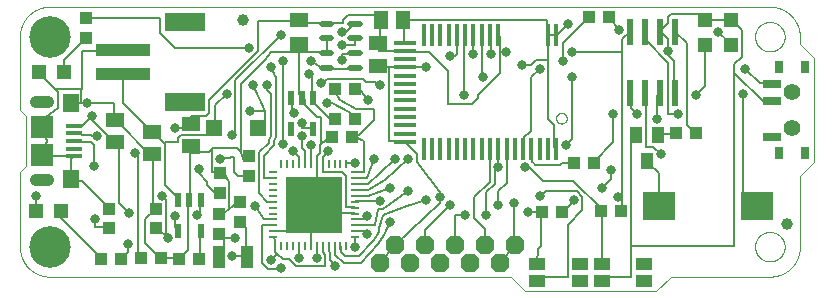
<source format=gtl>
G75*
%MOIN*%
%OFA0B0*%
%FSLAX25Y25*%
%IPPOS*%
%LPD*%
%AMOC8*
5,1,8,0,0,1.08239X$1,22.5*
%
%ADD10C,0.00000*%
%ADD11R,0.05906X0.04882*%
%ADD12R,0.03937X0.04331*%
%ADD13R,0.04724X0.04724*%
%ADD14R,0.04331X0.03937*%
%ADD15C,0.03937*%
%ADD16R,0.03937X0.03937*%
%ADD17C,0.13843*%
%ADD18R,0.02165X0.04724*%
%ADD19R,0.05512X0.05512*%
%ADD20R,0.18110X0.03937*%
%ADD21R,0.13386X0.06299*%
%ADD22R,0.02953X0.00984*%
%ADD23R,0.00984X0.02953*%
%ADD24R,0.18504X0.18504*%
%ADD25R,0.04331X0.07480*%
%ADD26R,0.04882X0.05906*%
%ADD27R,0.01772X0.07283*%
%ADD28R,0.07283X0.01772*%
%ADD29C,0.02165*%
%ADD30R,0.06299X0.05118*%
%ADD31R,0.03937X0.05512*%
%ADD32R,0.10669X0.09488*%
%ADD33R,0.02362X0.08661*%
%ADD34R,0.05512X0.04134*%
%ADD35R,0.05906X0.02756*%
%ADD36R,0.03150X0.03937*%
%ADD37C,0.05543*%
%ADD38OC8,0.06300*%
%ADD39R,0.05315X0.01575*%
%ADD40R,0.05512X0.06299*%
%ADD41R,0.07480X0.07480*%
%ADD42C,0.03969*%
%ADD43C,0.00800*%
%ADD44C,0.03150*%
D10*
X0031728Y0107122D02*
X0185477Y0107122D01*
X0190201Y0102398D01*
X0233925Y0102398D01*
X0238649Y0107122D01*
X0271728Y0107122D01*
X0266807Y0117122D02*
X0266809Y0117262D01*
X0266815Y0117402D01*
X0266825Y0117541D01*
X0266839Y0117680D01*
X0266857Y0117819D01*
X0266878Y0117957D01*
X0266904Y0118095D01*
X0266934Y0118232D01*
X0266967Y0118367D01*
X0267005Y0118502D01*
X0267046Y0118636D01*
X0267091Y0118769D01*
X0267139Y0118900D01*
X0267192Y0119029D01*
X0267248Y0119158D01*
X0267307Y0119284D01*
X0267371Y0119409D01*
X0267437Y0119532D01*
X0267508Y0119653D01*
X0267581Y0119772D01*
X0267658Y0119889D01*
X0267739Y0120003D01*
X0267822Y0120115D01*
X0267909Y0120225D01*
X0267999Y0120333D01*
X0268091Y0120437D01*
X0268187Y0120539D01*
X0268286Y0120639D01*
X0268387Y0120735D01*
X0268491Y0120829D01*
X0268598Y0120919D01*
X0268707Y0121006D01*
X0268819Y0121091D01*
X0268933Y0121172D01*
X0269049Y0121250D01*
X0269167Y0121324D01*
X0269288Y0121395D01*
X0269410Y0121463D01*
X0269535Y0121527D01*
X0269661Y0121588D01*
X0269788Y0121645D01*
X0269918Y0121698D01*
X0270049Y0121748D01*
X0270181Y0121793D01*
X0270314Y0121836D01*
X0270449Y0121874D01*
X0270584Y0121908D01*
X0270721Y0121939D01*
X0270858Y0121966D01*
X0270996Y0121988D01*
X0271135Y0122007D01*
X0271274Y0122022D01*
X0271413Y0122033D01*
X0271553Y0122040D01*
X0271693Y0122043D01*
X0271833Y0122042D01*
X0271973Y0122037D01*
X0272112Y0122028D01*
X0272252Y0122015D01*
X0272391Y0121998D01*
X0272529Y0121977D01*
X0272667Y0121953D01*
X0272804Y0121924D01*
X0272940Y0121892D01*
X0273075Y0121855D01*
X0273209Y0121815D01*
X0273342Y0121771D01*
X0273473Y0121723D01*
X0273603Y0121672D01*
X0273732Y0121617D01*
X0273859Y0121558D01*
X0273984Y0121495D01*
X0274107Y0121430D01*
X0274229Y0121360D01*
X0274348Y0121287D01*
X0274466Y0121211D01*
X0274581Y0121132D01*
X0274694Y0121049D01*
X0274804Y0120963D01*
X0274912Y0120874D01*
X0275017Y0120782D01*
X0275120Y0120687D01*
X0275220Y0120589D01*
X0275317Y0120489D01*
X0275411Y0120385D01*
X0275503Y0120279D01*
X0275591Y0120171D01*
X0275676Y0120060D01*
X0275758Y0119946D01*
X0275837Y0119830D01*
X0275912Y0119713D01*
X0275984Y0119593D01*
X0276052Y0119471D01*
X0276117Y0119347D01*
X0276179Y0119221D01*
X0276237Y0119094D01*
X0276291Y0118965D01*
X0276342Y0118834D01*
X0276388Y0118702D01*
X0276431Y0118569D01*
X0276471Y0118435D01*
X0276506Y0118300D01*
X0276538Y0118163D01*
X0276565Y0118026D01*
X0276589Y0117888D01*
X0276609Y0117750D01*
X0276625Y0117611D01*
X0276637Y0117471D01*
X0276645Y0117332D01*
X0276649Y0117192D01*
X0276649Y0117052D01*
X0276645Y0116912D01*
X0276637Y0116773D01*
X0276625Y0116633D01*
X0276609Y0116494D01*
X0276589Y0116356D01*
X0276565Y0116218D01*
X0276538Y0116081D01*
X0276506Y0115944D01*
X0276471Y0115809D01*
X0276431Y0115675D01*
X0276388Y0115542D01*
X0276342Y0115410D01*
X0276291Y0115279D01*
X0276237Y0115150D01*
X0276179Y0115023D01*
X0276117Y0114897D01*
X0276052Y0114773D01*
X0275984Y0114651D01*
X0275912Y0114531D01*
X0275837Y0114414D01*
X0275758Y0114298D01*
X0275676Y0114184D01*
X0275591Y0114073D01*
X0275503Y0113965D01*
X0275411Y0113859D01*
X0275317Y0113755D01*
X0275220Y0113655D01*
X0275120Y0113557D01*
X0275017Y0113462D01*
X0274912Y0113370D01*
X0274804Y0113281D01*
X0274694Y0113195D01*
X0274581Y0113112D01*
X0274466Y0113033D01*
X0274348Y0112957D01*
X0274229Y0112884D01*
X0274107Y0112814D01*
X0273984Y0112749D01*
X0273859Y0112686D01*
X0273732Y0112627D01*
X0273603Y0112572D01*
X0273473Y0112521D01*
X0273342Y0112473D01*
X0273209Y0112429D01*
X0273075Y0112389D01*
X0272940Y0112352D01*
X0272804Y0112320D01*
X0272667Y0112291D01*
X0272529Y0112267D01*
X0272391Y0112246D01*
X0272252Y0112229D01*
X0272112Y0112216D01*
X0271973Y0112207D01*
X0271833Y0112202D01*
X0271693Y0112201D01*
X0271553Y0112204D01*
X0271413Y0112211D01*
X0271274Y0112222D01*
X0271135Y0112237D01*
X0270996Y0112256D01*
X0270858Y0112278D01*
X0270721Y0112305D01*
X0270584Y0112336D01*
X0270449Y0112370D01*
X0270314Y0112408D01*
X0270181Y0112451D01*
X0270049Y0112496D01*
X0269918Y0112546D01*
X0269788Y0112599D01*
X0269661Y0112656D01*
X0269535Y0112717D01*
X0269410Y0112781D01*
X0269288Y0112849D01*
X0269167Y0112920D01*
X0269049Y0112994D01*
X0268933Y0113072D01*
X0268819Y0113153D01*
X0268707Y0113238D01*
X0268598Y0113325D01*
X0268491Y0113415D01*
X0268387Y0113509D01*
X0268286Y0113605D01*
X0268187Y0113705D01*
X0268091Y0113807D01*
X0267999Y0113911D01*
X0267909Y0114019D01*
X0267822Y0114129D01*
X0267739Y0114241D01*
X0267658Y0114355D01*
X0267581Y0114472D01*
X0267508Y0114591D01*
X0267437Y0114712D01*
X0267371Y0114835D01*
X0267307Y0114960D01*
X0267248Y0115086D01*
X0267192Y0115215D01*
X0267139Y0115344D01*
X0267091Y0115475D01*
X0267046Y0115608D01*
X0267005Y0115742D01*
X0266967Y0115877D01*
X0266934Y0116012D01*
X0266904Y0116149D01*
X0266878Y0116287D01*
X0266857Y0116425D01*
X0266839Y0116564D01*
X0266825Y0116703D01*
X0266815Y0116842D01*
X0266809Y0116982D01*
X0266807Y0117122D01*
X0271728Y0107122D02*
X0271970Y0107125D01*
X0272211Y0107134D01*
X0272452Y0107148D01*
X0272693Y0107169D01*
X0272933Y0107195D01*
X0273173Y0107227D01*
X0273412Y0107265D01*
X0273649Y0107308D01*
X0273886Y0107358D01*
X0274121Y0107413D01*
X0274355Y0107473D01*
X0274587Y0107540D01*
X0274818Y0107611D01*
X0275047Y0107689D01*
X0275274Y0107772D01*
X0275499Y0107860D01*
X0275722Y0107954D01*
X0275942Y0108053D01*
X0276160Y0108158D01*
X0276375Y0108267D01*
X0276588Y0108382D01*
X0276798Y0108502D01*
X0277004Y0108627D01*
X0277208Y0108757D01*
X0277409Y0108892D01*
X0277606Y0109032D01*
X0277800Y0109176D01*
X0277990Y0109325D01*
X0278176Y0109479D01*
X0278359Y0109637D01*
X0278538Y0109799D01*
X0278713Y0109966D01*
X0278884Y0110137D01*
X0279051Y0110312D01*
X0279213Y0110491D01*
X0279371Y0110674D01*
X0279525Y0110860D01*
X0279674Y0111050D01*
X0279818Y0111244D01*
X0279958Y0111441D01*
X0280093Y0111642D01*
X0280223Y0111846D01*
X0280348Y0112052D01*
X0280468Y0112262D01*
X0280583Y0112475D01*
X0280692Y0112690D01*
X0280797Y0112908D01*
X0280896Y0113128D01*
X0280990Y0113351D01*
X0281078Y0113576D01*
X0281161Y0113803D01*
X0281239Y0114032D01*
X0281310Y0114263D01*
X0281377Y0114495D01*
X0281437Y0114729D01*
X0281492Y0114964D01*
X0281542Y0115201D01*
X0281585Y0115438D01*
X0281623Y0115677D01*
X0281655Y0115917D01*
X0281681Y0116157D01*
X0281702Y0116398D01*
X0281716Y0116639D01*
X0281725Y0116880D01*
X0281728Y0117122D01*
X0281728Y0140587D01*
X0286453Y0145311D01*
X0286453Y0179957D01*
X0281728Y0184681D01*
X0281728Y0187122D01*
X0266807Y0187122D02*
X0266809Y0187262D01*
X0266815Y0187402D01*
X0266825Y0187541D01*
X0266839Y0187680D01*
X0266857Y0187819D01*
X0266878Y0187957D01*
X0266904Y0188095D01*
X0266934Y0188232D01*
X0266967Y0188367D01*
X0267005Y0188502D01*
X0267046Y0188636D01*
X0267091Y0188769D01*
X0267139Y0188900D01*
X0267192Y0189029D01*
X0267248Y0189158D01*
X0267307Y0189284D01*
X0267371Y0189409D01*
X0267437Y0189532D01*
X0267508Y0189653D01*
X0267581Y0189772D01*
X0267658Y0189889D01*
X0267739Y0190003D01*
X0267822Y0190115D01*
X0267909Y0190225D01*
X0267999Y0190333D01*
X0268091Y0190437D01*
X0268187Y0190539D01*
X0268286Y0190639D01*
X0268387Y0190735D01*
X0268491Y0190829D01*
X0268598Y0190919D01*
X0268707Y0191006D01*
X0268819Y0191091D01*
X0268933Y0191172D01*
X0269049Y0191250D01*
X0269167Y0191324D01*
X0269288Y0191395D01*
X0269410Y0191463D01*
X0269535Y0191527D01*
X0269661Y0191588D01*
X0269788Y0191645D01*
X0269918Y0191698D01*
X0270049Y0191748D01*
X0270181Y0191793D01*
X0270314Y0191836D01*
X0270449Y0191874D01*
X0270584Y0191908D01*
X0270721Y0191939D01*
X0270858Y0191966D01*
X0270996Y0191988D01*
X0271135Y0192007D01*
X0271274Y0192022D01*
X0271413Y0192033D01*
X0271553Y0192040D01*
X0271693Y0192043D01*
X0271833Y0192042D01*
X0271973Y0192037D01*
X0272112Y0192028D01*
X0272252Y0192015D01*
X0272391Y0191998D01*
X0272529Y0191977D01*
X0272667Y0191953D01*
X0272804Y0191924D01*
X0272940Y0191892D01*
X0273075Y0191855D01*
X0273209Y0191815D01*
X0273342Y0191771D01*
X0273473Y0191723D01*
X0273603Y0191672D01*
X0273732Y0191617D01*
X0273859Y0191558D01*
X0273984Y0191495D01*
X0274107Y0191430D01*
X0274229Y0191360D01*
X0274348Y0191287D01*
X0274466Y0191211D01*
X0274581Y0191132D01*
X0274694Y0191049D01*
X0274804Y0190963D01*
X0274912Y0190874D01*
X0275017Y0190782D01*
X0275120Y0190687D01*
X0275220Y0190589D01*
X0275317Y0190489D01*
X0275411Y0190385D01*
X0275503Y0190279D01*
X0275591Y0190171D01*
X0275676Y0190060D01*
X0275758Y0189946D01*
X0275837Y0189830D01*
X0275912Y0189713D01*
X0275984Y0189593D01*
X0276052Y0189471D01*
X0276117Y0189347D01*
X0276179Y0189221D01*
X0276237Y0189094D01*
X0276291Y0188965D01*
X0276342Y0188834D01*
X0276388Y0188702D01*
X0276431Y0188569D01*
X0276471Y0188435D01*
X0276506Y0188300D01*
X0276538Y0188163D01*
X0276565Y0188026D01*
X0276589Y0187888D01*
X0276609Y0187750D01*
X0276625Y0187611D01*
X0276637Y0187471D01*
X0276645Y0187332D01*
X0276649Y0187192D01*
X0276649Y0187052D01*
X0276645Y0186912D01*
X0276637Y0186773D01*
X0276625Y0186633D01*
X0276609Y0186494D01*
X0276589Y0186356D01*
X0276565Y0186218D01*
X0276538Y0186081D01*
X0276506Y0185944D01*
X0276471Y0185809D01*
X0276431Y0185675D01*
X0276388Y0185542D01*
X0276342Y0185410D01*
X0276291Y0185279D01*
X0276237Y0185150D01*
X0276179Y0185023D01*
X0276117Y0184897D01*
X0276052Y0184773D01*
X0275984Y0184651D01*
X0275912Y0184531D01*
X0275837Y0184414D01*
X0275758Y0184298D01*
X0275676Y0184184D01*
X0275591Y0184073D01*
X0275503Y0183965D01*
X0275411Y0183859D01*
X0275317Y0183755D01*
X0275220Y0183655D01*
X0275120Y0183557D01*
X0275017Y0183462D01*
X0274912Y0183370D01*
X0274804Y0183281D01*
X0274694Y0183195D01*
X0274581Y0183112D01*
X0274466Y0183033D01*
X0274348Y0182957D01*
X0274229Y0182884D01*
X0274107Y0182814D01*
X0273984Y0182749D01*
X0273859Y0182686D01*
X0273732Y0182627D01*
X0273603Y0182572D01*
X0273473Y0182521D01*
X0273342Y0182473D01*
X0273209Y0182429D01*
X0273075Y0182389D01*
X0272940Y0182352D01*
X0272804Y0182320D01*
X0272667Y0182291D01*
X0272529Y0182267D01*
X0272391Y0182246D01*
X0272252Y0182229D01*
X0272112Y0182216D01*
X0271973Y0182207D01*
X0271833Y0182202D01*
X0271693Y0182201D01*
X0271553Y0182204D01*
X0271413Y0182211D01*
X0271274Y0182222D01*
X0271135Y0182237D01*
X0270996Y0182256D01*
X0270858Y0182278D01*
X0270721Y0182305D01*
X0270584Y0182336D01*
X0270449Y0182370D01*
X0270314Y0182408D01*
X0270181Y0182451D01*
X0270049Y0182496D01*
X0269918Y0182546D01*
X0269788Y0182599D01*
X0269661Y0182656D01*
X0269535Y0182717D01*
X0269410Y0182781D01*
X0269288Y0182849D01*
X0269167Y0182920D01*
X0269049Y0182994D01*
X0268933Y0183072D01*
X0268819Y0183153D01*
X0268707Y0183238D01*
X0268598Y0183325D01*
X0268491Y0183415D01*
X0268387Y0183509D01*
X0268286Y0183605D01*
X0268187Y0183705D01*
X0268091Y0183807D01*
X0267999Y0183911D01*
X0267909Y0184019D01*
X0267822Y0184129D01*
X0267739Y0184241D01*
X0267658Y0184355D01*
X0267581Y0184472D01*
X0267508Y0184591D01*
X0267437Y0184712D01*
X0267371Y0184835D01*
X0267307Y0184960D01*
X0267248Y0185086D01*
X0267192Y0185215D01*
X0267139Y0185344D01*
X0267091Y0185475D01*
X0267046Y0185608D01*
X0267005Y0185742D01*
X0266967Y0185877D01*
X0266934Y0186012D01*
X0266904Y0186149D01*
X0266878Y0186287D01*
X0266857Y0186425D01*
X0266839Y0186564D01*
X0266825Y0186703D01*
X0266815Y0186842D01*
X0266809Y0186982D01*
X0266807Y0187122D01*
X0271728Y0197122D02*
X0271970Y0197119D01*
X0272211Y0197110D01*
X0272452Y0197096D01*
X0272693Y0197075D01*
X0272933Y0197049D01*
X0273173Y0197017D01*
X0273412Y0196979D01*
X0273649Y0196936D01*
X0273886Y0196886D01*
X0274121Y0196831D01*
X0274355Y0196771D01*
X0274587Y0196704D01*
X0274818Y0196633D01*
X0275047Y0196555D01*
X0275274Y0196472D01*
X0275499Y0196384D01*
X0275722Y0196290D01*
X0275942Y0196191D01*
X0276160Y0196086D01*
X0276375Y0195977D01*
X0276588Y0195862D01*
X0276798Y0195742D01*
X0277004Y0195617D01*
X0277208Y0195487D01*
X0277409Y0195352D01*
X0277606Y0195212D01*
X0277800Y0195068D01*
X0277990Y0194919D01*
X0278176Y0194765D01*
X0278359Y0194607D01*
X0278538Y0194445D01*
X0278713Y0194278D01*
X0278884Y0194107D01*
X0279051Y0193932D01*
X0279213Y0193753D01*
X0279371Y0193570D01*
X0279525Y0193384D01*
X0279674Y0193194D01*
X0279818Y0193000D01*
X0279958Y0192803D01*
X0280093Y0192602D01*
X0280223Y0192398D01*
X0280348Y0192192D01*
X0280468Y0191982D01*
X0280583Y0191769D01*
X0280692Y0191554D01*
X0280797Y0191336D01*
X0280896Y0191116D01*
X0280990Y0190893D01*
X0281078Y0190668D01*
X0281161Y0190441D01*
X0281239Y0190212D01*
X0281310Y0189981D01*
X0281377Y0189749D01*
X0281437Y0189515D01*
X0281492Y0189280D01*
X0281542Y0189043D01*
X0281585Y0188806D01*
X0281623Y0188567D01*
X0281655Y0188327D01*
X0281681Y0188087D01*
X0281702Y0187846D01*
X0281716Y0187605D01*
X0281725Y0187364D01*
X0281728Y0187122D01*
X0271728Y0197122D02*
X0031728Y0197122D01*
X0031486Y0197119D01*
X0031245Y0197110D01*
X0031004Y0197096D01*
X0030763Y0197075D01*
X0030523Y0197049D01*
X0030283Y0197017D01*
X0030044Y0196979D01*
X0029807Y0196936D01*
X0029570Y0196886D01*
X0029335Y0196831D01*
X0029101Y0196771D01*
X0028869Y0196704D01*
X0028638Y0196633D01*
X0028409Y0196555D01*
X0028182Y0196472D01*
X0027957Y0196384D01*
X0027734Y0196290D01*
X0027514Y0196191D01*
X0027296Y0196086D01*
X0027081Y0195977D01*
X0026868Y0195862D01*
X0026658Y0195742D01*
X0026452Y0195617D01*
X0026248Y0195487D01*
X0026047Y0195352D01*
X0025850Y0195212D01*
X0025656Y0195068D01*
X0025466Y0194919D01*
X0025280Y0194765D01*
X0025097Y0194607D01*
X0024918Y0194445D01*
X0024743Y0194278D01*
X0024572Y0194107D01*
X0024405Y0193932D01*
X0024243Y0193753D01*
X0024085Y0193570D01*
X0023931Y0193384D01*
X0023782Y0193194D01*
X0023638Y0193000D01*
X0023498Y0192803D01*
X0023363Y0192602D01*
X0023233Y0192398D01*
X0023108Y0192192D01*
X0022988Y0191982D01*
X0022873Y0191769D01*
X0022764Y0191554D01*
X0022659Y0191336D01*
X0022560Y0191116D01*
X0022466Y0190893D01*
X0022378Y0190668D01*
X0022295Y0190441D01*
X0022217Y0190212D01*
X0022146Y0189981D01*
X0022079Y0189749D01*
X0022019Y0189515D01*
X0021964Y0189280D01*
X0021914Y0189043D01*
X0021871Y0188806D01*
X0021833Y0188567D01*
X0021801Y0188327D01*
X0021775Y0188087D01*
X0021754Y0187846D01*
X0021740Y0187605D01*
X0021731Y0187364D01*
X0021728Y0187122D01*
X0021728Y0162622D01*
X0023728Y0160622D01*
X0023728Y0144122D01*
X0021728Y0142122D01*
X0021728Y0117122D01*
X0021731Y0116880D01*
X0021740Y0116639D01*
X0021754Y0116398D01*
X0021775Y0116157D01*
X0021801Y0115917D01*
X0021833Y0115677D01*
X0021871Y0115438D01*
X0021914Y0115201D01*
X0021964Y0114964D01*
X0022019Y0114729D01*
X0022079Y0114495D01*
X0022146Y0114263D01*
X0022217Y0114032D01*
X0022295Y0113803D01*
X0022378Y0113576D01*
X0022466Y0113351D01*
X0022560Y0113128D01*
X0022659Y0112908D01*
X0022764Y0112690D01*
X0022873Y0112475D01*
X0022988Y0112262D01*
X0023108Y0112052D01*
X0023233Y0111846D01*
X0023363Y0111642D01*
X0023498Y0111441D01*
X0023638Y0111244D01*
X0023782Y0111050D01*
X0023931Y0110860D01*
X0024085Y0110674D01*
X0024243Y0110491D01*
X0024405Y0110312D01*
X0024572Y0110137D01*
X0024743Y0109966D01*
X0024918Y0109799D01*
X0025097Y0109637D01*
X0025280Y0109479D01*
X0025466Y0109325D01*
X0025656Y0109176D01*
X0025850Y0109032D01*
X0026047Y0108892D01*
X0026248Y0108757D01*
X0026452Y0108627D01*
X0026658Y0108502D01*
X0026868Y0108382D01*
X0027081Y0108267D01*
X0027296Y0108158D01*
X0027514Y0108053D01*
X0027734Y0107954D01*
X0027957Y0107860D01*
X0028182Y0107772D01*
X0028409Y0107689D01*
X0028638Y0107611D01*
X0028869Y0107540D01*
X0029101Y0107473D01*
X0029335Y0107413D01*
X0029570Y0107358D01*
X0029807Y0107308D01*
X0030044Y0107265D01*
X0030283Y0107227D01*
X0030523Y0107195D01*
X0030763Y0107169D01*
X0031004Y0107148D01*
X0031245Y0107134D01*
X0031486Y0107125D01*
X0031728Y0107122D01*
X0030606Y0138396D02*
X0027850Y0138396D01*
X0027788Y0138398D01*
X0027727Y0138404D01*
X0027666Y0138413D01*
X0027605Y0138427D01*
X0027546Y0138444D01*
X0027488Y0138465D01*
X0027431Y0138490D01*
X0027376Y0138518D01*
X0027323Y0138549D01*
X0027272Y0138584D01*
X0027223Y0138622D01*
X0027176Y0138663D01*
X0027133Y0138706D01*
X0027092Y0138753D01*
X0027054Y0138802D01*
X0027019Y0138853D01*
X0026988Y0138906D01*
X0026960Y0138961D01*
X0026935Y0139018D01*
X0026914Y0139076D01*
X0026897Y0139135D01*
X0026883Y0139196D01*
X0026874Y0139257D01*
X0026868Y0139318D01*
X0026866Y0139380D01*
X0026868Y0139442D01*
X0026874Y0139503D01*
X0026883Y0139564D01*
X0026897Y0139625D01*
X0026914Y0139684D01*
X0026935Y0139742D01*
X0026960Y0139799D01*
X0026988Y0139854D01*
X0027019Y0139907D01*
X0027054Y0139958D01*
X0027092Y0140007D01*
X0027133Y0140054D01*
X0027176Y0140097D01*
X0027223Y0140138D01*
X0027272Y0140176D01*
X0027323Y0140211D01*
X0027376Y0140242D01*
X0027431Y0140270D01*
X0027488Y0140295D01*
X0027546Y0140316D01*
X0027605Y0140333D01*
X0027666Y0140347D01*
X0027727Y0140356D01*
X0027788Y0140362D01*
X0027850Y0140364D01*
X0030606Y0140364D01*
X0030668Y0140362D01*
X0030729Y0140356D01*
X0030790Y0140347D01*
X0030851Y0140333D01*
X0030910Y0140316D01*
X0030968Y0140295D01*
X0031025Y0140270D01*
X0031080Y0140242D01*
X0031133Y0140211D01*
X0031184Y0140176D01*
X0031233Y0140138D01*
X0031280Y0140097D01*
X0031323Y0140054D01*
X0031364Y0140007D01*
X0031402Y0139958D01*
X0031437Y0139907D01*
X0031468Y0139854D01*
X0031496Y0139799D01*
X0031521Y0139742D01*
X0031542Y0139684D01*
X0031559Y0139625D01*
X0031573Y0139564D01*
X0031582Y0139503D01*
X0031588Y0139442D01*
X0031590Y0139380D01*
X0031588Y0139318D01*
X0031582Y0139257D01*
X0031573Y0139196D01*
X0031559Y0139135D01*
X0031542Y0139076D01*
X0031521Y0139018D01*
X0031496Y0138961D01*
X0031468Y0138906D01*
X0031437Y0138853D01*
X0031402Y0138802D01*
X0031364Y0138753D01*
X0031323Y0138706D01*
X0031280Y0138663D01*
X0031233Y0138622D01*
X0031184Y0138584D01*
X0031133Y0138549D01*
X0031080Y0138518D01*
X0031025Y0138490D01*
X0030968Y0138465D01*
X0030910Y0138444D01*
X0030851Y0138427D01*
X0030790Y0138413D01*
X0030729Y0138404D01*
X0030668Y0138398D01*
X0030606Y0138396D01*
X0030606Y0164380D02*
X0027850Y0164380D01*
X0027788Y0164382D01*
X0027727Y0164388D01*
X0027666Y0164397D01*
X0027605Y0164411D01*
X0027546Y0164428D01*
X0027488Y0164449D01*
X0027431Y0164474D01*
X0027376Y0164502D01*
X0027323Y0164533D01*
X0027272Y0164568D01*
X0027223Y0164606D01*
X0027176Y0164647D01*
X0027133Y0164690D01*
X0027092Y0164737D01*
X0027054Y0164786D01*
X0027019Y0164837D01*
X0026988Y0164890D01*
X0026960Y0164945D01*
X0026935Y0165002D01*
X0026914Y0165060D01*
X0026897Y0165119D01*
X0026883Y0165180D01*
X0026874Y0165241D01*
X0026868Y0165302D01*
X0026866Y0165364D01*
X0026868Y0165426D01*
X0026874Y0165487D01*
X0026883Y0165548D01*
X0026897Y0165609D01*
X0026914Y0165668D01*
X0026935Y0165726D01*
X0026960Y0165783D01*
X0026988Y0165838D01*
X0027019Y0165891D01*
X0027054Y0165942D01*
X0027092Y0165991D01*
X0027133Y0166038D01*
X0027176Y0166081D01*
X0027223Y0166122D01*
X0027272Y0166160D01*
X0027323Y0166195D01*
X0027376Y0166226D01*
X0027431Y0166254D01*
X0027488Y0166279D01*
X0027546Y0166300D01*
X0027605Y0166317D01*
X0027666Y0166331D01*
X0027727Y0166340D01*
X0027788Y0166346D01*
X0027850Y0166348D01*
X0030606Y0166348D01*
X0030668Y0166346D01*
X0030729Y0166340D01*
X0030790Y0166331D01*
X0030851Y0166317D01*
X0030910Y0166300D01*
X0030968Y0166279D01*
X0031025Y0166254D01*
X0031080Y0166226D01*
X0031133Y0166195D01*
X0031184Y0166160D01*
X0031233Y0166122D01*
X0031280Y0166081D01*
X0031323Y0166038D01*
X0031364Y0165991D01*
X0031402Y0165942D01*
X0031437Y0165891D01*
X0031468Y0165838D01*
X0031496Y0165783D01*
X0031521Y0165726D01*
X0031542Y0165668D01*
X0031559Y0165609D01*
X0031573Y0165548D01*
X0031582Y0165487D01*
X0031588Y0165426D01*
X0031590Y0165364D01*
X0031588Y0165302D01*
X0031582Y0165241D01*
X0031573Y0165180D01*
X0031559Y0165119D01*
X0031542Y0165060D01*
X0031521Y0165002D01*
X0031496Y0164945D01*
X0031468Y0164890D01*
X0031437Y0164837D01*
X0031402Y0164786D01*
X0031364Y0164737D01*
X0031323Y0164690D01*
X0031280Y0164647D01*
X0031233Y0164606D01*
X0031184Y0164568D01*
X0031133Y0164533D01*
X0031080Y0164502D01*
X0031025Y0164474D01*
X0030968Y0164449D01*
X0030910Y0164428D01*
X0030851Y0164411D01*
X0030790Y0164397D01*
X0030729Y0164388D01*
X0030668Y0164382D01*
X0030606Y0164380D01*
X0200476Y0159961D02*
X0200478Y0160045D01*
X0200484Y0160128D01*
X0200494Y0160211D01*
X0200508Y0160294D01*
X0200525Y0160376D01*
X0200547Y0160457D01*
X0200572Y0160536D01*
X0200601Y0160615D01*
X0200634Y0160692D01*
X0200670Y0160767D01*
X0200710Y0160841D01*
X0200753Y0160913D01*
X0200800Y0160982D01*
X0200850Y0161049D01*
X0200903Y0161114D01*
X0200959Y0161176D01*
X0201017Y0161236D01*
X0201079Y0161293D01*
X0201143Y0161346D01*
X0201210Y0161397D01*
X0201279Y0161444D01*
X0201350Y0161489D01*
X0201423Y0161529D01*
X0201498Y0161566D01*
X0201575Y0161600D01*
X0201653Y0161630D01*
X0201732Y0161656D01*
X0201813Y0161679D01*
X0201895Y0161697D01*
X0201977Y0161712D01*
X0202060Y0161723D01*
X0202143Y0161730D01*
X0202227Y0161733D01*
X0202311Y0161732D01*
X0202394Y0161727D01*
X0202478Y0161718D01*
X0202560Y0161705D01*
X0202642Y0161689D01*
X0202723Y0161668D01*
X0202804Y0161644D01*
X0202882Y0161616D01*
X0202960Y0161584D01*
X0203036Y0161548D01*
X0203110Y0161509D01*
X0203182Y0161467D01*
X0203252Y0161421D01*
X0203320Y0161372D01*
X0203385Y0161320D01*
X0203448Y0161265D01*
X0203508Y0161207D01*
X0203566Y0161146D01*
X0203620Y0161082D01*
X0203672Y0161016D01*
X0203720Y0160948D01*
X0203765Y0160877D01*
X0203806Y0160804D01*
X0203845Y0160730D01*
X0203879Y0160654D01*
X0203910Y0160576D01*
X0203937Y0160497D01*
X0203961Y0160416D01*
X0203980Y0160335D01*
X0203996Y0160253D01*
X0204008Y0160170D01*
X0204016Y0160086D01*
X0204020Y0160003D01*
X0204020Y0159919D01*
X0204016Y0159836D01*
X0204008Y0159752D01*
X0203996Y0159669D01*
X0203980Y0159587D01*
X0203961Y0159506D01*
X0203937Y0159425D01*
X0203910Y0159346D01*
X0203879Y0159268D01*
X0203845Y0159192D01*
X0203806Y0159118D01*
X0203765Y0159045D01*
X0203720Y0158974D01*
X0203672Y0158906D01*
X0203620Y0158840D01*
X0203566Y0158776D01*
X0203508Y0158715D01*
X0203448Y0158657D01*
X0203385Y0158602D01*
X0203320Y0158550D01*
X0203252Y0158501D01*
X0203182Y0158455D01*
X0203110Y0158413D01*
X0203036Y0158374D01*
X0202960Y0158338D01*
X0202882Y0158306D01*
X0202804Y0158278D01*
X0202723Y0158254D01*
X0202642Y0158233D01*
X0202560Y0158217D01*
X0202478Y0158204D01*
X0202394Y0158195D01*
X0202311Y0158190D01*
X0202227Y0158189D01*
X0202143Y0158192D01*
X0202060Y0158199D01*
X0201977Y0158210D01*
X0201895Y0158225D01*
X0201813Y0158243D01*
X0201732Y0158266D01*
X0201653Y0158292D01*
X0201575Y0158322D01*
X0201498Y0158356D01*
X0201423Y0158393D01*
X0201350Y0158433D01*
X0201279Y0158478D01*
X0201210Y0158525D01*
X0201143Y0158576D01*
X0201079Y0158629D01*
X0201017Y0158686D01*
X0200959Y0158746D01*
X0200903Y0158808D01*
X0200850Y0158873D01*
X0200800Y0158940D01*
X0200753Y0159009D01*
X0200710Y0159081D01*
X0200670Y0159155D01*
X0200634Y0159230D01*
X0200601Y0159307D01*
X0200572Y0159386D01*
X0200547Y0159465D01*
X0200525Y0159546D01*
X0200508Y0159628D01*
X0200494Y0159711D01*
X0200484Y0159794D01*
X0200478Y0159877D01*
X0200476Y0159961D01*
D11*
X0141228Y0177382D03*
X0141228Y0184862D03*
X0078787Y0158126D03*
X0078787Y0150646D03*
X0065728Y0147882D03*
X0065728Y0155362D03*
X0053571Y0151902D03*
X0053571Y0159382D03*
D12*
X0088295Y0141669D03*
X0098228Y0140776D03*
X0098228Y0147469D03*
X0088295Y0134976D03*
X0095228Y0131969D03*
X0088228Y0127969D03*
X0095228Y0125276D03*
X0088228Y0121276D03*
X0043728Y0186776D03*
X0043728Y0193469D03*
D13*
X0036276Y0175465D03*
X0028008Y0175465D03*
X0027094Y0129122D03*
X0035362Y0129122D03*
X0250228Y0184488D03*
X0258728Y0184488D03*
X0258728Y0192756D03*
X0250228Y0192756D03*
D14*
X0218075Y0193622D03*
X0211382Y0193622D03*
X0240382Y0155122D03*
X0247075Y0155122D03*
X0213075Y0145122D03*
X0206382Y0145122D03*
X0202575Y0128622D03*
X0195882Y0128622D03*
X0215382Y0129122D03*
X0222075Y0129122D03*
X0133575Y0159622D03*
X0126882Y0159622D03*
X0125882Y0153622D03*
X0132575Y0153622D03*
X0133575Y0169622D03*
X0126882Y0169622D03*
X0081575Y0113122D03*
X0074882Y0113122D03*
X0068775Y0113227D03*
X0062082Y0113227D03*
X0055575Y0113122D03*
X0048882Y0113122D03*
D15*
X0096228Y0192622D03*
X0277414Y0124650D03*
D16*
X0067102Y0123472D03*
X0067102Y0129772D03*
X0051354Y0129772D03*
X0051354Y0123472D03*
D17*
X0031728Y0117122D03*
X0031728Y0187122D03*
D18*
X0111988Y0166741D03*
X0115728Y0166741D03*
X0119469Y0166741D03*
X0119469Y0156504D03*
X0111988Y0156504D03*
X0081969Y0132741D03*
X0078228Y0132741D03*
X0074488Y0132741D03*
X0074488Y0122504D03*
X0081969Y0122504D03*
D19*
X0086445Y0156622D03*
X0101012Y0156622D03*
D20*
X0056161Y0174685D03*
X0056161Y0182559D03*
D21*
X0076634Y0192008D03*
X0076634Y0165236D03*
D22*
X0106047Y0141949D03*
X0106047Y0139980D03*
X0106047Y0138012D03*
X0106047Y0136043D03*
X0106047Y0134075D03*
X0106047Y0132106D03*
X0106047Y0130138D03*
X0106047Y0128169D03*
X0106047Y0126201D03*
X0106047Y0124232D03*
X0106047Y0122264D03*
X0106047Y0120295D03*
X0133409Y0120295D03*
X0133409Y0122264D03*
X0133409Y0124232D03*
X0133409Y0126201D03*
X0133409Y0128169D03*
X0133409Y0130138D03*
X0133409Y0132106D03*
X0133409Y0134075D03*
X0133409Y0136043D03*
X0133409Y0138012D03*
X0133409Y0139980D03*
X0133409Y0141949D03*
D23*
X0130555Y0144803D03*
X0128587Y0144803D03*
X0126618Y0144803D03*
X0124650Y0144803D03*
X0122681Y0144803D03*
X0120713Y0144803D03*
X0118744Y0144803D03*
X0116776Y0144803D03*
X0114807Y0144803D03*
X0112839Y0144803D03*
X0110870Y0144803D03*
X0108902Y0144803D03*
X0108902Y0117441D03*
X0110870Y0117441D03*
X0112839Y0117441D03*
X0114807Y0117441D03*
X0116776Y0117441D03*
X0118744Y0117441D03*
X0120713Y0117441D03*
X0122681Y0117441D03*
X0124650Y0117441D03*
X0126618Y0117441D03*
X0128587Y0117441D03*
X0130555Y0117441D03*
D24*
X0119728Y0131122D03*
D25*
X0097453Y0113622D03*
X0088004Y0113622D03*
D26*
X0141988Y0192622D03*
X0149469Y0192622D03*
D27*
X0156382Y0187618D03*
X0159138Y0187618D03*
X0161894Y0187618D03*
X0164650Y0187618D03*
X0167406Y0187618D03*
X0170161Y0187618D03*
X0172917Y0187618D03*
X0175673Y0187618D03*
X0178429Y0187618D03*
X0181185Y0187618D03*
X0197720Y0187618D03*
X0200476Y0187618D03*
X0200476Y0149626D03*
X0197720Y0149626D03*
X0194965Y0149626D03*
X0192209Y0149626D03*
X0189453Y0149626D03*
X0186697Y0149626D03*
X0183941Y0149626D03*
X0181185Y0149626D03*
X0178429Y0149626D03*
X0175673Y0149626D03*
X0172917Y0149626D03*
X0170161Y0149626D03*
X0167406Y0149626D03*
X0164650Y0149626D03*
X0161894Y0149626D03*
X0159138Y0149626D03*
X0156382Y0149626D03*
D28*
X0149984Y0152087D03*
X0149984Y0154843D03*
X0149984Y0157598D03*
X0149984Y0160354D03*
X0149984Y0163110D03*
X0149984Y0165866D03*
X0149984Y0168622D03*
X0149984Y0171378D03*
X0149984Y0174134D03*
X0149984Y0176890D03*
X0149984Y0179646D03*
X0149984Y0182402D03*
X0149984Y0185157D03*
D29*
X0135028Y0186583D02*
X0131878Y0186583D01*
X0131878Y0186583D01*
X0135028Y0186583D01*
X0135028Y0186583D01*
X0135028Y0191504D02*
X0131878Y0191504D01*
X0131878Y0191504D01*
X0135028Y0191504D01*
X0135028Y0191504D01*
X0125579Y0191504D02*
X0122429Y0191504D01*
X0122429Y0191504D01*
X0125579Y0191504D01*
X0125579Y0191504D01*
X0125579Y0186583D02*
X0122429Y0186583D01*
X0122429Y0186583D01*
X0125579Y0186583D01*
X0125579Y0186583D01*
X0125579Y0181661D02*
X0122429Y0181661D01*
X0122429Y0181661D01*
X0125579Y0181661D01*
X0125579Y0181661D01*
X0125579Y0176740D02*
X0122429Y0176740D01*
X0122429Y0176740D01*
X0125579Y0176740D01*
X0125579Y0176740D01*
X0131878Y0176740D02*
X0135028Y0176740D01*
X0131878Y0176740D02*
X0131878Y0176740D01*
X0135028Y0176740D01*
X0135028Y0176740D01*
X0135028Y0181661D02*
X0131878Y0181661D01*
X0131878Y0181661D01*
X0135028Y0181661D01*
X0135028Y0181661D01*
D30*
X0114728Y0184685D03*
X0114728Y0192559D03*
D31*
X0226988Y0154453D03*
X0234469Y0154453D03*
X0230728Y0145791D03*
D32*
X0234890Y0130622D03*
X0267567Y0130622D03*
D33*
X0240228Y0168386D03*
X0235228Y0168386D03*
X0230228Y0168386D03*
X0225228Y0168386D03*
X0225228Y0188858D03*
X0230228Y0188858D03*
X0235228Y0188858D03*
X0240228Y0188858D03*
D34*
X0229902Y0111331D03*
X0229902Y0105622D03*
X0215728Y0105622D03*
X0208402Y0105622D03*
X0208402Y0111331D03*
X0215728Y0111331D03*
X0194228Y0111331D03*
X0194228Y0105622D03*
D35*
X0272339Y0153764D03*
X0272339Y0165575D03*
X0272339Y0171480D03*
D36*
X0274898Y0176992D03*
X0283559Y0176992D03*
X0283559Y0148252D03*
X0274898Y0148252D03*
D37*
X0279228Y0156717D03*
X0279228Y0168528D03*
D38*
X0186728Y0117803D03*
X0181728Y0111803D03*
X0176728Y0117803D03*
X0171728Y0111803D03*
X0166728Y0117803D03*
X0161728Y0111803D03*
X0156728Y0117803D03*
X0151728Y0111803D03*
X0146728Y0117803D03*
X0141728Y0111803D03*
D39*
X0039760Y0147254D03*
X0039760Y0149813D03*
X0039760Y0152372D03*
X0039760Y0154931D03*
X0039760Y0157490D03*
D40*
X0038874Y0164970D03*
X0038874Y0139774D03*
D41*
X0029228Y0147648D03*
X0029228Y0157096D03*
D42*
X0027244Y0165364D02*
X0031213Y0165364D01*
X0031213Y0139380D02*
X0027244Y0139380D01*
D43*
X0027228Y0134122D02*
X0027094Y0133256D01*
X0027094Y0129122D01*
X0035362Y0129122D02*
X0035508Y0128776D01*
X0035508Y0126807D01*
X0048795Y0113520D01*
X0048882Y0113122D01*
X0055575Y0113122D02*
X0055685Y0113520D01*
X0057654Y0115488D01*
X0057654Y0117949D01*
X0061098Y0114012D02*
X0061591Y0113520D01*
X0062082Y0113227D01*
X0061098Y0114012D02*
X0061098Y0147476D01*
X0060114Y0148461D01*
X0065528Y0147476D02*
X0065728Y0147882D01*
X0066020Y0147476D01*
X0066020Y0131236D01*
X0067004Y0130252D01*
X0067102Y0129772D01*
X0067004Y0129760D01*
X0063559Y0126315D01*
X0063559Y0118441D01*
X0068480Y0113520D01*
X0068775Y0113227D01*
X0068972Y0113520D01*
X0074878Y0113520D01*
X0074882Y0113122D01*
X0075370Y0113520D01*
X0077831Y0115980D01*
X0077831Y0132713D01*
X0078228Y0132741D01*
X0078323Y0133205D01*
X0078323Y0148461D01*
X0078787Y0150646D01*
X0078323Y0150429D01*
X0078323Y0148461D01*
X0084728Y0148622D01*
X0086067Y0149961D01*
X0085642Y0149961D01*
X0085642Y0142063D01*
X0088295Y0141669D01*
X0089642Y0141571D01*
X0091594Y0138618D01*
X0091594Y0129783D01*
X0089642Y0128283D01*
X0088228Y0127969D01*
X0091594Y0129783D02*
X0095016Y0132283D01*
X0095016Y0132260D01*
X0095228Y0131969D01*
X0099945Y0130697D02*
X0102945Y0126315D01*
X0105882Y0126315D01*
X0106047Y0126201D01*
X0105882Y0124346D02*
X0102437Y0124346D01*
X0102437Y0111551D01*
X0104406Y0109583D01*
X0108835Y0109583D01*
X0108835Y0110075D01*
X0109327Y0113028D02*
X0111787Y0113028D01*
X0111787Y0112535D01*
X0113756Y0110567D01*
X0123598Y0110567D01*
X0123598Y0114504D01*
X0122614Y0115488D01*
X0122614Y0116965D01*
X0122681Y0117441D01*
X0120713Y0117441D02*
X0120646Y0116965D01*
X0120646Y0113520D01*
X0118744Y0117441D02*
X0118677Y0117457D01*
X0118677Y0122378D01*
X0119728Y0131122D01*
X0120646Y0128283D01*
X0120646Y0144524D01*
X0120713Y0144803D01*
X0120646Y0145016D01*
X0120646Y0147476D01*
X0121630Y0148461D01*
X0121630Y0150921D01*
X0122368Y0151659D01*
X0122122Y0151906D01*
X0122122Y0160272D01*
X0120646Y0160272D01*
X0116709Y0164209D01*
X0116709Y0166177D01*
X0116217Y0166669D01*
X0115728Y0166741D01*
X0115724Y0167161D01*
X0114740Y0168146D01*
X0114740Y0181925D01*
X0105390Y0181925D01*
X0103390Y0179496D01*
X0101728Y0177622D01*
X0095547Y0171441D01*
X0095547Y0149476D01*
X0095301Y0148730D01*
X0096039Y0146492D01*
X0096539Y0146508D01*
X0098516Y0148031D01*
X0098228Y0147469D01*
X0095301Y0148730D02*
X0094071Y0149961D01*
X0086067Y0149961D01*
X0088587Y0146508D02*
X0093071Y0147024D01*
X0093071Y0142079D01*
X0094516Y0140634D01*
X0098228Y0140776D01*
X0103035Y0140094D02*
X0103035Y0147421D01*
X0106374Y0150866D01*
X0106374Y0152268D01*
X0107228Y0153622D01*
X0107228Y0173622D01*
X0106728Y0174122D01*
X0105374Y0177043D01*
X0109327Y0178972D02*
X0109327Y0151413D01*
X0112772Y0148953D02*
X0114740Y0146984D01*
X0114740Y0145016D01*
X0114807Y0144803D01*
X0116709Y0145016D02*
X0116776Y0144803D01*
X0116709Y0145016D02*
X0116709Y0148953D01*
X0115724Y0149937D01*
X0115724Y0153874D01*
X0118677Y0150921D02*
X0118677Y0145016D01*
X0118744Y0144803D01*
X0122614Y0145016D02*
X0122614Y0146984D01*
X0124583Y0148953D01*
X0122368Y0151659D02*
X0125559Y0153850D01*
X0125882Y0153622D01*
X0126551Y0153850D01*
X0132575Y0153622D02*
X0134917Y0154366D01*
X0139839Y0159287D01*
X0139839Y0163059D01*
X0135791Y0163059D01*
X0133728Y0163122D01*
X0128520Y0166059D01*
X0125567Y0170606D01*
X0126882Y0169622D01*
X0124261Y0173191D02*
X0136196Y0173191D01*
X0137264Y0172122D01*
X0140228Y0172122D01*
X0141228Y0171122D01*
X0141728Y0171122D01*
X0137886Y0166114D02*
X0133957Y0170614D01*
X0133575Y0169622D01*
X0133441Y0176512D02*
X0124091Y0176512D01*
X0124004Y0176740D01*
X0123598Y0176512D01*
X0123598Y0176020D01*
X0118677Y0179020D01*
X0118193Y0174591D02*
X0119228Y0174122D01*
X0119169Y0174063D01*
X0119169Y0167161D01*
X0119469Y0166741D01*
X0119661Y0166669D01*
X0119661Y0165193D01*
X0123106Y0161748D01*
X0125012Y0159748D01*
X0126882Y0159622D01*
X0132402Y0159748D02*
X0133575Y0159622D01*
X0132402Y0159748D02*
X0132457Y0160693D01*
X0132228Y0161622D01*
X0125657Y0165193D01*
X0124098Y0165193D01*
X0122692Y0171622D02*
X0124261Y0173191D01*
X0122692Y0171622D02*
X0122228Y0171622D01*
X0112280Y0166669D02*
X0111988Y0166741D01*
X0112280Y0166669D02*
X0112280Y0162732D01*
X0113264Y0161748D01*
X0115724Y0158303D02*
X0115724Y0156827D01*
X0119169Y0156827D01*
X0119469Y0156504D01*
X0132575Y0153622D02*
X0133441Y0153850D01*
X0136394Y0152398D01*
X0136394Y0142063D01*
X0133441Y0142063D01*
X0133409Y0141949D01*
X0133441Y0140094D02*
X0133409Y0139980D01*
X0133441Y0140094D02*
X0137476Y0140094D01*
X0139839Y0146492D01*
X0133441Y0145016D02*
X0130980Y0145016D01*
X0130555Y0144803D01*
X0129012Y0142063D02*
X0122614Y0142063D01*
X0122614Y0144524D01*
X0122681Y0144803D01*
X0122614Y0145016D01*
X0129012Y0142063D02*
X0130488Y0140587D01*
X0130488Y0130252D01*
X0132949Y0130252D01*
X0133409Y0130138D01*
X0132949Y0128283D02*
X0133409Y0128169D01*
X0132949Y0128283D02*
X0120646Y0128283D01*
X0119661Y0128283D01*
X0119728Y0131122D01*
X0119661Y0130744D01*
X0118677Y0129760D01*
X0118677Y0122378D01*
X0106374Y0122378D01*
X0106047Y0122264D01*
X0106047Y0124232D02*
X0105882Y0124346D01*
X0106047Y0120295D02*
X0106374Y0119917D01*
X0106866Y0119425D01*
X0106866Y0115488D01*
X0107604Y0114750D01*
X0105390Y0112535D01*
X0107604Y0114750D02*
X0109327Y0113028D01*
X0114740Y0113520D02*
X0114740Y0116965D01*
X0114807Y0117441D01*
X0124650Y0117441D02*
X0124650Y0115716D01*
X0125198Y0115167D01*
X0125198Y0112652D01*
X0126728Y0110622D01*
X0129672Y0111690D02*
X0135402Y0111690D01*
X0140941Y0118122D01*
X0143228Y0121122D01*
X0145228Y0125303D01*
X0142060Y0125272D02*
X0141560Y0123450D01*
X0141526Y0122650D01*
X0141385Y0122225D01*
X0141136Y0121458D01*
X0139463Y0119122D01*
X0139047Y0118728D01*
X0134902Y0114190D01*
X0130141Y0114190D01*
X0128863Y0115468D01*
X0128863Y0117165D01*
X0128587Y0117441D01*
X0126894Y0117165D02*
X0126894Y0114456D01*
X0129728Y0111622D01*
X0129672Y0111690D01*
X0126894Y0117165D02*
X0126618Y0117441D01*
X0133441Y0116965D02*
X0133441Y0119917D01*
X0133409Y0120295D01*
X0133409Y0122264D02*
X0133441Y0122378D01*
X0137378Y0122378D01*
X0137378Y0121394D01*
X0140016Y0124516D02*
X0133441Y0124346D01*
X0133409Y0124232D01*
X0133409Y0126201D02*
X0133441Y0126315D01*
X0137378Y0126315D01*
X0137378Y0127299D01*
X0140016Y0124516D02*
X0141004Y0129528D01*
X0142657Y0129528D01*
X0151157Y0135665D01*
X0150716Y0130834D02*
X0157228Y0132622D01*
X0161728Y0131622D02*
X0146728Y0117803D01*
X0141728Y0111622D01*
X0141728Y0111803D01*
X0156728Y0117803D02*
X0156728Y0122622D01*
X0165228Y0131122D01*
X0161728Y0131622D02*
X0161728Y0133622D01*
X0161728Y0135382D01*
X0161469Y0135642D01*
X0154110Y0145508D01*
X0154110Y0147969D01*
X0150173Y0151906D01*
X0149984Y0152087D01*
X0149681Y0152398D01*
X0144760Y0152398D01*
X0144760Y0177004D01*
X0141315Y0177004D01*
X0141228Y0177382D01*
X0144760Y0177004D02*
X0149681Y0177004D01*
X0149984Y0176890D01*
X0150217Y0177122D01*
X0157228Y0177122D01*
X0158110Y0181925D02*
X0150173Y0181925D01*
X0149984Y0182402D01*
X0149681Y0182417D01*
X0141315Y0182417D01*
X0141315Y0184386D01*
X0141228Y0184862D01*
X0141315Y0184878D01*
X0141807Y0185370D01*
X0141807Y0192260D01*
X0141988Y0192622D01*
X0141807Y0192752D01*
X0141807Y0194228D01*
X0130980Y0194228D01*
X0129504Y0192752D01*
X0129504Y0191768D01*
X0124091Y0191768D01*
X0124004Y0191504D01*
X0123598Y0191768D01*
X0114740Y0191768D01*
X0114740Y0192260D01*
X0114728Y0192559D01*
X0114248Y0192260D01*
X0100961Y0192260D01*
X0100961Y0182417D01*
X0084720Y0166177D01*
X0084720Y0161748D01*
X0083736Y0160764D01*
X0078815Y0160764D01*
X0078815Y0158303D01*
X0078787Y0158126D01*
X0078323Y0157811D01*
X0078323Y0156827D01*
X0073402Y0156827D01*
X0075370Y0154366D02*
X0086197Y0154366D01*
X0086197Y0156335D01*
X0086445Y0156622D01*
X0086689Y0156827D01*
X0086689Y0164209D01*
X0090626Y0168146D01*
X0093579Y0172575D02*
X0108835Y0187831D01*
X0114728Y0184685D02*
X0114740Y0184386D01*
X0114740Y0181925D01*
X0123598Y0181925D01*
X0124004Y0181661D01*
X0124091Y0181925D01*
X0124091Y0186354D01*
X0124004Y0186583D01*
X0129012Y0184386D02*
X0133441Y0184386D01*
X0133441Y0186354D01*
X0133453Y0186583D01*
X0130488Y0188815D02*
X0133441Y0191768D01*
X0133453Y0191504D01*
X0130488Y0188815D02*
X0129012Y0188815D01*
X0129012Y0181433D02*
X0129012Y0179465D01*
X0129012Y0181433D02*
X0133441Y0181433D01*
X0133453Y0181661D01*
X0133453Y0176740D02*
X0133441Y0176512D01*
X0149681Y0185370D02*
X0149984Y0185157D01*
X0149681Y0185370D02*
X0149681Y0192260D01*
X0149469Y0192622D01*
X0149681Y0192752D01*
X0197417Y0192752D01*
X0197417Y0187831D01*
X0197720Y0187618D01*
X0197909Y0187339D01*
X0197909Y0179270D01*
X0196123Y0179270D01*
X0196106Y0179287D01*
X0193807Y0179287D01*
X0192142Y0177622D01*
X0189228Y0177622D01*
X0192004Y0173559D02*
X0192004Y0155843D01*
X0189543Y0153382D01*
X0189543Y0149937D01*
X0189453Y0149626D01*
X0192209Y0149626D02*
X0192496Y0149445D01*
X0192496Y0145508D01*
X0192988Y0145016D01*
X0193488Y0144524D01*
X0201846Y0144524D01*
X0202339Y0145016D01*
X0206276Y0145016D01*
X0206382Y0145122D01*
X0203815Y0150921D02*
X0205783Y0152890D01*
X0205783Y0173559D01*
X0202831Y0178972D02*
X0202831Y0184878D01*
X0211197Y0193244D01*
X0211382Y0193622D01*
X0218075Y0193622D02*
X0218087Y0193244D01*
X0221531Y0189799D01*
X0221531Y0189307D01*
X0222516Y0186354D02*
X0224976Y0188815D01*
X0225228Y0188858D01*
X0222516Y0186354D02*
X0222516Y0181925D01*
X0205783Y0181925D01*
X0200862Y0187831D02*
X0200476Y0187618D01*
X0200370Y0187831D01*
X0197909Y0187831D01*
X0197720Y0187618D01*
X0200862Y0187831D02*
X0204307Y0191276D01*
X0197909Y0179270D02*
X0197909Y0159780D01*
X0199878Y0157811D01*
X0199878Y0150429D01*
X0200370Y0149937D01*
X0200476Y0149626D01*
X0191512Y0143539D02*
X0195941Y0139110D01*
X0206228Y0139122D01*
X0215634Y0129717D01*
X0215134Y0129268D01*
X0215382Y0129122D01*
X0215626Y0128776D01*
X0215626Y0116472D01*
X0215728Y0111331D01*
X0216118Y0107059D02*
X0215728Y0105622D01*
X0216118Y0107059D02*
X0225469Y0107059D01*
X0225469Y0117346D01*
X0259917Y0117346D01*
X0259917Y0175025D01*
X0269368Y0165575D01*
X0272339Y0165575D01*
X0273276Y0165693D01*
X0272713Y0165193D01*
X0272339Y0171480D02*
X0268283Y0171591D01*
X0263362Y0176512D01*
X0259917Y0177988D02*
X0262378Y0180449D01*
X0262378Y0189307D01*
X0258933Y0192752D01*
X0258728Y0192756D01*
X0258441Y0192752D01*
X0250567Y0192752D01*
X0250228Y0192756D01*
X0250075Y0193244D01*
X0250075Y0194720D01*
X0238756Y0194720D01*
X0237772Y0193736D01*
X0237772Y0191768D01*
X0235311Y0189307D01*
X0235228Y0188858D01*
X0235311Y0188815D01*
X0237772Y0186354D01*
X0237772Y0182417D01*
X0237772Y0180941D01*
X0239740Y0178972D01*
X0239740Y0168638D01*
X0240228Y0168386D01*
X0235228Y0168386D02*
X0234228Y0167386D01*
X0234228Y0159622D01*
X0237772Y0161256D02*
X0237772Y0178480D01*
X0230390Y0185862D01*
X0230390Y0188815D01*
X0230228Y0188858D01*
X0240228Y0188858D02*
X0240232Y0188815D01*
X0244169Y0184878D01*
X0244169Y0157811D01*
X0246630Y0155350D01*
X0247075Y0155122D01*
X0240382Y0155122D02*
X0240232Y0154858D01*
X0234819Y0154858D01*
X0234469Y0154453D01*
X0232850Y0150429D02*
X0230390Y0150429D01*
X0230390Y0168146D01*
X0230228Y0168386D01*
X0225469Y0168146D02*
X0225228Y0168386D01*
X0225469Y0168146D02*
X0225469Y0163224D01*
X0227437Y0161256D01*
X0219563Y0161256D02*
X0219563Y0151906D01*
X0213165Y0145508D01*
X0213075Y0145122D01*
X0218728Y0142622D02*
X0218728Y0139622D01*
X0215728Y0136622D01*
X0221039Y0133697D02*
X0222516Y0133697D01*
X0222516Y0129268D01*
X0222075Y0129122D01*
X0222516Y0133697D02*
X0222516Y0181925D01*
X0247122Y0167654D02*
X0250075Y0170606D01*
X0250075Y0184386D01*
X0250228Y0184488D01*
X0254504Y0188815D02*
X0258441Y0184878D01*
X0258728Y0184488D01*
X0259917Y0177988D02*
X0259917Y0175025D01*
X0262870Y0168146D02*
X0262870Y0135173D01*
X0267299Y0130744D01*
X0267567Y0130622D01*
X0235311Y0147969D02*
X0232850Y0150429D01*
X0230728Y0145791D02*
X0230882Y0145508D01*
X0234819Y0141571D01*
X0234819Y0130744D01*
X0234890Y0130622D01*
X0225469Y0117346D02*
X0225469Y0152890D01*
X0226945Y0154366D01*
X0226988Y0154453D01*
X0237772Y0161256D02*
X0241217Y0161256D01*
X0209228Y0133697D02*
X0207283Y0135642D01*
X0197028Y0135642D01*
X0197009Y0135622D01*
X0195228Y0134122D01*
X0186449Y0131571D02*
X0186449Y0120268D01*
X0186728Y0119988D01*
X0186728Y0117803D01*
X0181728Y0111622D01*
X0181728Y0111803D01*
X0176728Y0117803D02*
X0176728Y0123122D01*
X0173228Y0126622D01*
X0173228Y0133622D01*
X0178429Y0138823D01*
X0178429Y0149626D01*
X0178224Y0149937D01*
X0181185Y0149626D02*
X0181177Y0149445D01*
X0181177Y0146000D01*
X0181217Y0143539D01*
X0180029Y0142352D01*
X0180029Y0138160D01*
X0177228Y0135359D01*
X0177228Y0127622D01*
X0181228Y0131122D02*
X0181228Y0135622D01*
X0183992Y0138385D01*
X0183992Y0144689D01*
X0183941Y0144739D01*
X0183941Y0149626D01*
X0190035Y0143539D02*
X0191512Y0143539D01*
X0206276Y0132713D02*
X0206276Y0132220D01*
X0202831Y0128776D01*
X0202575Y0128622D01*
X0202339Y0128776D01*
X0204307Y0124346D02*
X0209228Y0129268D01*
X0209228Y0133697D01*
X0204307Y0124346D02*
X0204307Y0107059D01*
X0194465Y0107059D01*
X0194228Y0105622D01*
X0194228Y0111331D02*
X0194465Y0116472D01*
X0195449Y0117457D01*
X0195449Y0128283D01*
X0195882Y0128622D01*
X0195449Y0128776D01*
X0191020Y0128776D01*
X0170228Y0127622D02*
X0166728Y0127622D01*
X0166772Y0120268D01*
X0166728Y0120224D01*
X0166728Y0117803D01*
X0150716Y0130834D02*
X0142898Y0127684D01*
X0142060Y0125272D01*
X0141807Y0132220D02*
X0133441Y0132220D01*
X0133409Y0132106D01*
X0133409Y0134075D02*
X0133441Y0134189D01*
X0137772Y0134189D01*
X0145252Y0136846D01*
X0143382Y0139504D02*
X0151157Y0146492D01*
X0146728Y0146492D02*
X0141807Y0141571D01*
X0137870Y0138126D01*
X0133441Y0138126D01*
X0133409Y0138012D01*
X0133441Y0136157D02*
X0133409Y0136043D01*
X0133441Y0136157D02*
X0137870Y0136157D01*
X0143382Y0139504D01*
X0141807Y0132417D02*
X0141807Y0132220D01*
X0149984Y0154843D02*
X0150173Y0154858D01*
X0164445Y0164701D02*
X0164445Y0175591D01*
X0158110Y0181925D01*
X0165228Y0180622D02*
X0166728Y0180622D01*
X0167406Y0181299D01*
X0167406Y0187618D01*
X0169858Y0187339D02*
X0170161Y0187618D01*
X0169858Y0187339D02*
X0169858Y0169130D01*
X0169835Y0167654D01*
X0172319Y0164701D02*
X0164445Y0164701D01*
X0172319Y0164701D02*
X0174287Y0166669D01*
X0174287Y0167654D01*
X0181669Y0175035D01*
X0181669Y0181925D01*
X0183638Y0181925D01*
X0181669Y0181925D02*
X0181669Y0187339D01*
X0181185Y0187618D01*
X0178717Y0187339D02*
X0178429Y0187618D01*
X0178717Y0187339D02*
X0178717Y0181433D01*
X0172811Y0181433D02*
X0172811Y0187339D01*
X0172917Y0187618D01*
X0175673Y0187618D02*
X0175764Y0187339D01*
X0175764Y0174051D01*
X0176256Y0173559D01*
X0192004Y0173559D02*
X0194957Y0176512D01*
X0105421Y0168122D02*
X0105421Y0153964D01*
X0104618Y0152661D01*
X0104618Y0151732D01*
X0101429Y0148543D01*
X0101429Y0135169D01*
X0104115Y0131983D01*
X0106171Y0131983D01*
X0106047Y0132106D01*
X0106047Y0139980D02*
X0105882Y0140094D01*
X0103035Y0140094D01*
X0089150Y0135173D02*
X0088295Y0134976D01*
X0089150Y0135173D02*
X0086728Y0135122D01*
X0084228Y0137622D01*
X0084228Y0138622D01*
X0081276Y0141575D01*
X0081276Y0143047D01*
X0074386Y0151906D02*
X0069957Y0151906D01*
X0069711Y0151659D01*
X0069957Y0151413D01*
X0069957Y0137634D01*
X0074386Y0133205D01*
X0074488Y0132741D01*
X0070449Y0132713D02*
X0070449Y0120902D01*
X0070941Y0119917D01*
X0067496Y0123362D01*
X0067102Y0123472D01*
X0073402Y0123854D02*
X0073402Y0127299D01*
X0073402Y0123854D02*
X0074386Y0122870D01*
X0074488Y0122504D01*
X0081768Y0122378D02*
X0081969Y0122504D01*
X0081768Y0122378D02*
X0081768Y0113520D01*
X0081575Y0113122D01*
X0088004Y0113622D02*
X0088165Y0113028D01*
X0089642Y0114504D01*
X0089642Y0119917D01*
X0088228Y0121276D01*
X0089642Y0120902D01*
X0089642Y0119917D01*
X0093579Y0119917D01*
X0097024Y0122378D02*
X0097024Y0114012D01*
X0097453Y0113622D01*
X0097024Y0113028D01*
X0097024Y0114012D01*
X0092594Y0114012D01*
X0097024Y0122378D02*
X0097016Y0123370D01*
X0095228Y0125276D01*
X0081768Y0128776D02*
X0081768Y0132713D01*
X0081969Y0132741D01*
X0081768Y0128776D02*
X0080783Y0127791D01*
X0070449Y0132713D02*
X0068972Y0134189D01*
X0058146Y0128283D02*
X0054701Y0131728D01*
X0054701Y0150429D01*
X0053717Y0151413D01*
X0053571Y0151902D01*
X0053224Y0151906D01*
X0045350Y0159780D01*
X0045843Y0160764D01*
X0042398Y0157319D01*
X0042226Y0157490D01*
X0039760Y0157490D01*
X0039760Y0154931D02*
X0041833Y0154931D01*
X0042398Y0154366D01*
X0045350Y0154366D01*
X0045843Y0153874D01*
X0047319Y0153874D01*
X0045350Y0151906D02*
X0046335Y0150921D01*
X0046335Y0144031D01*
X0042890Y0139110D02*
X0039537Y0139110D01*
X0038874Y0139774D01*
X0038874Y0146368D01*
X0039760Y0147254D01*
X0029622Y0147254D01*
X0029228Y0147648D01*
X0030728Y0152303D01*
X0029228Y0157096D01*
X0029228Y0159418D01*
X0034465Y0163474D01*
X0034465Y0168580D01*
X0033539Y0169622D01*
X0042398Y0169622D01*
X0042175Y0169400D01*
X0042175Y0164970D01*
X0042327Y0165122D01*
X0044228Y0165122D01*
X0052803Y0165122D01*
X0053224Y0164701D01*
X0053224Y0159780D01*
X0053571Y0159382D01*
X0053717Y0159287D01*
X0065528Y0147476D01*
X0069711Y0151659D02*
X0066020Y0155350D01*
X0065728Y0155362D01*
X0065528Y0155843D01*
X0056177Y0165193D01*
X0056177Y0174543D01*
X0056161Y0174685D01*
X0055685Y0182417D02*
X0056161Y0182559D01*
X0055685Y0182417D02*
X0042398Y0182417D01*
X0042398Y0169622D01*
X0042175Y0164970D02*
X0038874Y0164970D01*
X0033539Y0169622D02*
X0028126Y0175035D01*
X0028008Y0175465D01*
X0036276Y0175465D02*
X0036492Y0175528D01*
X0036492Y0179465D01*
X0043382Y0186354D01*
X0043728Y0186776D01*
X0043874Y0193244D02*
X0043728Y0193469D01*
X0043874Y0193244D02*
X0068480Y0193244D01*
X0068480Y0188323D01*
X0073402Y0183402D01*
X0098008Y0183402D01*
X0093579Y0172575D02*
X0093579Y0155350D01*
X0092594Y0154366D01*
X0101012Y0156622D02*
X0101453Y0156827D01*
X0103421Y0158795D01*
X0103421Y0162240D01*
X0098500Y0162240D01*
X0103421Y0162240D02*
X0099421Y0171098D01*
X0104228Y0171122D02*
X0104228Y0169315D01*
X0105421Y0168122D01*
X0075370Y0154366D02*
X0074386Y0153382D01*
X0074386Y0151906D01*
X0045350Y0151906D02*
X0042398Y0151906D01*
X0041931Y0152372D01*
X0039760Y0152372D01*
X0042890Y0139110D02*
X0042890Y0138618D01*
X0051256Y0130252D01*
X0051354Y0129772D01*
X0046827Y0126315D02*
X0046827Y0123854D01*
X0051256Y0123854D01*
X0051354Y0123472D01*
D44*
X0046827Y0126315D03*
X0058146Y0128283D03*
X0068972Y0134189D03*
X0073402Y0127299D03*
X0080783Y0127791D03*
X0070941Y0119917D03*
X0057654Y0117949D03*
X0027228Y0134122D03*
X0046335Y0144031D03*
X0047319Y0153874D03*
X0045843Y0160764D03*
X0044228Y0165122D03*
X0060114Y0148461D03*
X0073402Y0156827D03*
X0088587Y0146508D03*
X0081276Y0143047D03*
X0092594Y0154366D03*
X0098500Y0162240D03*
X0090626Y0168146D03*
X0099421Y0171098D03*
X0104228Y0171122D03*
X0105374Y0177043D03*
X0109327Y0178972D03*
X0118677Y0179020D03*
X0118193Y0174591D03*
X0122228Y0171622D03*
X0124098Y0165193D03*
X0115724Y0158303D03*
X0113264Y0161748D03*
X0115724Y0153874D03*
X0118677Y0150921D03*
X0112772Y0148953D03*
X0109327Y0151413D03*
X0124583Y0148953D03*
X0133441Y0145016D03*
X0139839Y0146492D03*
X0146728Y0146492D03*
X0151157Y0146492D03*
X0145252Y0136846D03*
X0141807Y0132417D03*
X0137378Y0127299D03*
X0145228Y0125303D03*
X0137378Y0121394D03*
X0133441Y0116965D03*
X0126728Y0110622D03*
X0120646Y0113520D03*
X0114740Y0113520D03*
X0108835Y0110075D03*
X0105390Y0112535D03*
X0092594Y0114012D03*
X0093579Y0119917D03*
X0099945Y0130697D03*
X0151157Y0135665D03*
X0157228Y0132622D03*
X0161728Y0133622D03*
X0165228Y0131122D03*
X0170228Y0127622D03*
X0177228Y0127622D03*
X0181228Y0131122D03*
X0186449Y0131571D03*
X0191020Y0128776D03*
X0195228Y0134122D03*
X0206276Y0132713D03*
X0215728Y0136622D03*
X0221039Y0133697D03*
X0218728Y0142622D03*
X0203815Y0150921D03*
X0190035Y0143539D03*
X0181217Y0143539D03*
X0169835Y0167654D03*
X0176256Y0173559D03*
X0165228Y0180622D03*
X0172811Y0181433D03*
X0178717Y0181433D03*
X0183638Y0181925D03*
X0189228Y0177622D03*
X0194957Y0176512D03*
X0202831Y0178972D03*
X0205783Y0181925D03*
X0205783Y0173559D03*
X0219563Y0161256D03*
X0227437Y0161256D03*
X0234228Y0159622D03*
X0241217Y0161256D03*
X0247122Y0167654D03*
X0262870Y0168146D03*
X0263362Y0176512D03*
X0254504Y0188815D03*
X0237772Y0182417D03*
X0221531Y0189307D03*
X0204307Y0191276D03*
X0157228Y0177122D03*
X0141728Y0171122D03*
X0137886Y0166114D03*
X0129012Y0179465D03*
X0129012Y0184386D03*
X0129012Y0188815D03*
X0108835Y0187831D03*
X0098008Y0183402D03*
X0235311Y0147969D03*
M02*

</source>
